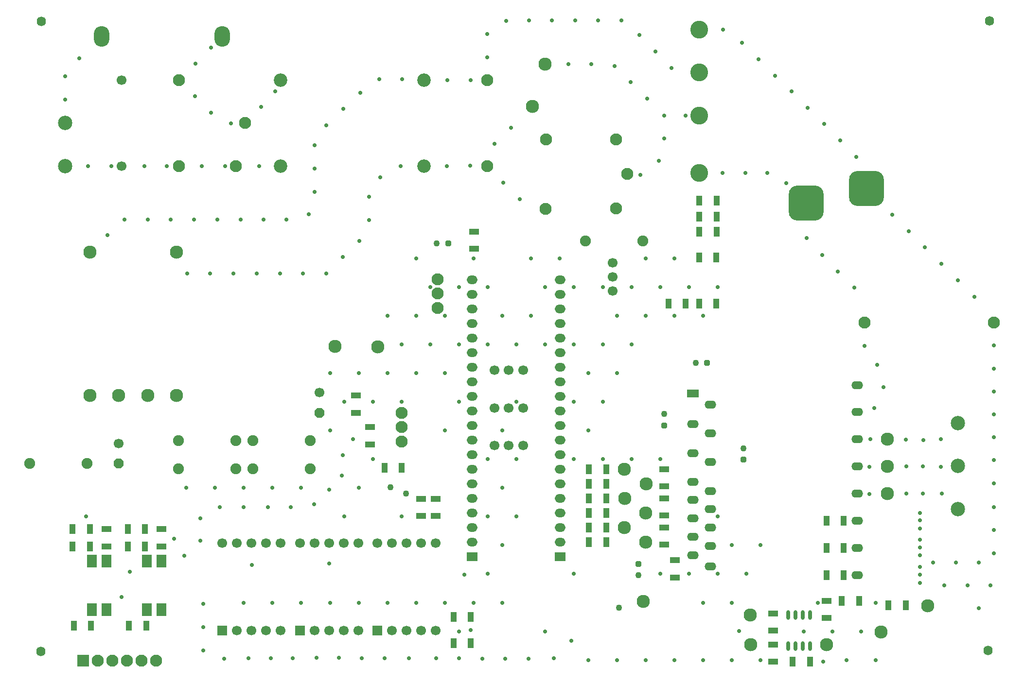
<source format=gts>
G04*
G04 #@! TF.GenerationSoftware,Altium Limited,Altium Designer,21.2.0 (30)*
G04*
G04 Layer_Color=8388736*
%FSAX44Y44*%
%MOMM*%
G71*
G04*
G04 #@! TF.SameCoordinates,F656A266-89EA-4B56-B237-F6EBBDAECB67*
G04*
G04*
G04 #@! TF.FilePolarity,Negative*
G04*
G01*
G75*
%ADD18R,1.7000X1.1000*%
%ADD19R,1.1000X1.7000*%
G04:AMPARAMS|DCode=20|XSize=1.65mm|YSize=0.7mm|CornerRadius=0.35mm|HoleSize=0mm|Usage=FLASHONLY|Rotation=270.000|XOffset=0mm|YOffset=0mm|HoleType=Round|Shape=RoundedRectangle|*
%AMROUNDEDRECTD20*
21,1,1.6500,0.0000,0,0,270.0*
21,1,0.9500,0.7000,0,0,270.0*
1,1,0.7000,0.0000,-0.4750*
1,1,0.7000,0.0000,0.4750*
1,1,0.7000,0.0000,0.4750*
1,1,0.7000,0.0000,-0.4750*
%
%ADD20ROUNDEDRECTD20*%
%ADD21R,1.7000X2.3000*%
%ADD22C,2.1000*%
%ADD23O,2.0000X1.4000*%
%ADD24R,2.0000X1.4000*%
%ADD25C,1.7000*%
%ADD26C,3.1000*%
%ADD27C,1.9000*%
%ADD28C,1.1000*%
%ADD29P,1.1906X8X202.5*%
%ADD30O,1.8780X1.5000*%
%ADD31R,1.8780X1.5000*%
%ADD32C,2.3000*%
%ADD33P,1.1906X8X292.5*%
G04:AMPARAMS|DCode=34|XSize=6.1mm|YSize=6.1mm|CornerRadius=1.55mm|HoleSize=0mm|Usage=FLASHONLY|Rotation=0.000|XOffset=0mm|YOffset=0mm|HoleType=Round|Shape=RoundedRectangle|*
%AMROUNDEDRECTD34*
21,1,6.1000,3.0000,0,0,0.0*
21,1,3.0000,6.1000,0,0,0.0*
1,1,3.1000,1.5000,-1.5000*
1,1,3.1000,-1.5000,-1.5000*
1,1,3.1000,-1.5000,1.5000*
1,1,3.1000,1.5000,1.5000*
%
%ADD34ROUNDEDRECTD34*%
%ADD35C,2.3500*%
%ADD36R,1.7000X1.7000*%
%ADD37R,2.1000X2.1000*%
%ADD38P,1.8401X8X112.5*%
%ADD39C,2.5000*%
%ADD40O,2.7000X3.6000*%
%ADD41O,1.6000X1.7000*%
%ADD42C,0.7000*%
D18*
X01414750Y01653200D02*
D03*
Y01623200D02*
D03*
X01321750Y01546750D02*
D03*
Y01576750D02*
D03*
Y01601000D02*
D03*
Y01631000D02*
D03*
X00620000Y01926000D02*
D03*
Y01956000D02*
D03*
X00708750Y01830750D02*
D03*
Y01800750D02*
D03*
X00734300D02*
D03*
Y01830750D02*
D03*
X01132500Y01751000D02*
D03*
Y01781000D02*
D03*
Y01831675D02*
D03*
Y01801675D02*
D03*
Y01852600D02*
D03*
Y01882600D02*
D03*
X01150750Y01724000D02*
D03*
Y01694000D02*
D03*
X00257000Y01778000D02*
D03*
Y01748000D02*
D03*
X00161000Y01778000D02*
D03*
Y01748000D02*
D03*
X00801000Y02266750D02*
D03*
Y02296750D02*
D03*
X00595000Y02011000D02*
D03*
Y01981000D02*
D03*
D19*
X01441500Y01653000D02*
D03*
X01471500D02*
D03*
X01552500Y01645500D02*
D03*
X01522500D02*
D03*
X01355750Y01546750D02*
D03*
X01385750D02*
D03*
X01444750Y01698200D02*
D03*
X01414750D02*
D03*
Y01745500D02*
D03*
X01444750D02*
D03*
X00795500Y01579500D02*
D03*
X00765500D02*
D03*
X00795500Y01625250D02*
D03*
X00765500D02*
D03*
X00645000Y01885000D02*
D03*
X00675000D02*
D03*
X00132000Y01778000D02*
D03*
X00102000D02*
D03*
X01193058Y02251750D02*
D03*
X01223058D02*
D03*
X01193058Y02171250D02*
D03*
X01223058D02*
D03*
X01414750Y01792800D02*
D03*
X01444750D02*
D03*
X01223250Y02296500D02*
D03*
X01193250D02*
D03*
Y02323000D02*
D03*
X01223250D02*
D03*
Y02350250D02*
D03*
X01193250D02*
D03*
X01031000Y01755600D02*
D03*
X01001000D02*
D03*
X01031000Y01781000D02*
D03*
X01001000D02*
D03*
X01031000Y01806400D02*
D03*
X01001000D02*
D03*
X01031000Y01831800D02*
D03*
X01001000D02*
D03*
X01031000Y01882600D02*
D03*
X01001000D02*
D03*
X01031000Y01857200D02*
D03*
X01001000D02*
D03*
X00198000Y01748000D02*
D03*
X00228000D02*
D03*
X00200000Y01610000D02*
D03*
X00230000D02*
D03*
X00102000Y01748000D02*
D03*
X00132000D02*
D03*
X00104000Y01610000D02*
D03*
X00134000D02*
D03*
X00198000Y01778000D02*
D03*
X00228000D02*
D03*
X01139480Y02171000D02*
D03*
X01169480D02*
D03*
D20*
X01348200Y01628500D02*
D03*
X01360900Y01574500D02*
D03*
X01348200D02*
D03*
X01386300Y01628500D02*
D03*
X01373600D02*
D03*
X01360900D02*
D03*
X01373600Y01574500D02*
D03*
X01386300D02*
D03*
D21*
X00135300Y01638000D02*
D03*
X00160700D02*
D03*
X00135300Y01722000D02*
D03*
X00160700D02*
D03*
X00231300Y01638000D02*
D03*
X00256700D02*
D03*
X00231300Y01722000D02*
D03*
X00256700D02*
D03*
D22*
X00925750Y02336500D02*
D03*
X00926750Y02457000D02*
D03*
X01048000Y02337000D02*
D03*
X01068000Y02397000D02*
D03*
X01048250Y02457000D02*
D03*
X00737500Y02213750D02*
D03*
Y02163750D02*
D03*
Y02188750D02*
D03*
X01706000Y02138000D02*
D03*
X01481000D02*
D03*
X00287250Y02411000D02*
D03*
Y02561000D02*
D03*
X00402000Y02486000D02*
D03*
X00386000Y02411000D02*
D03*
X00675000Y01981000D02*
D03*
Y01956000D02*
D03*
Y01931000D02*
D03*
X00146000Y01549000D02*
D03*
X00247600D02*
D03*
X00171400D02*
D03*
X00196800D02*
D03*
X00222200D02*
D03*
X00824000Y02561000D02*
D03*
Y02411000D02*
D03*
D23*
X01182250Y01960750D02*
D03*
X01212250Y01894750D02*
D03*
X01182250Y01910750D02*
D03*
Y01732750D02*
D03*
Y01860750D02*
D03*
Y01828750D02*
D03*
Y01796750D02*
D03*
Y01764750D02*
D03*
X01468250Y01887400D02*
D03*
Y01840100D02*
D03*
Y01934700D02*
D03*
Y01982000D02*
D03*
Y02029300D02*
D03*
Y01792800D02*
D03*
Y01745500D02*
D03*
Y01698200D02*
D03*
X01212250Y01944750D02*
D03*
Y01712750D02*
D03*
Y01748750D02*
D03*
Y01780750D02*
D03*
Y01812750D02*
D03*
Y01844750D02*
D03*
Y01994750D02*
D03*
D24*
X01182250Y02014750D02*
D03*
D25*
X00886250Y02055250D02*
D03*
X00837000D02*
D03*
X00861500D02*
D03*
X01042750Y02217500D02*
D03*
Y02193000D02*
D03*
Y02242250D02*
D03*
X00886250Y01924000D02*
D03*
X00837000D02*
D03*
X00861500D02*
D03*
X00886250Y01989250D02*
D03*
X00837000D02*
D03*
X00861500D02*
D03*
X00187250Y02411000D02*
D03*
Y02561000D02*
D03*
X00734300Y01753900D02*
D03*
X00708900D02*
D03*
X00683500D02*
D03*
X00658100D02*
D03*
X00632700D02*
D03*
X00734300Y01601500D02*
D03*
X00708900D02*
D03*
X00683500D02*
D03*
X00658100D02*
D03*
X00523100D02*
D03*
X00548500D02*
D03*
X00573900D02*
D03*
X00599300D02*
D03*
X00497700Y01753900D02*
D03*
X00523100D02*
D03*
X00548500D02*
D03*
X00573900D02*
D03*
X00599300D02*
D03*
X00388100Y01601500D02*
D03*
X00413500D02*
D03*
X00438900D02*
D03*
X00464300D02*
D03*
X00362700Y01753900D02*
D03*
X00388100D02*
D03*
X00413500D02*
D03*
X00438900D02*
D03*
X00464300D02*
D03*
X00182500Y01927500D02*
D03*
X00532000Y02016000D02*
D03*
D26*
X01193250Y02574000D02*
D03*
Y02399000D02*
D03*
Y02649000D02*
D03*
Y02499000D02*
D03*
D27*
X00386250Y01932000D02*
D03*
X00286250D02*
D03*
X00416000Y01932004D02*
D03*
X00516000D02*
D03*
X00386250Y01883250D02*
D03*
X00286250D02*
D03*
X00416000Y01883246D02*
D03*
X00516000D02*
D03*
X01094750Y02280250D02*
D03*
X00994750D02*
D03*
X00127500Y01892500D02*
D03*
X00027500D02*
D03*
D28*
X00736000Y02276500D02*
D03*
X01087500Y01697750D02*
D03*
X01186750Y02067750D02*
D03*
X01132250Y01979000D02*
D03*
X01269750Y01919250D02*
D03*
X00682748Y01839752D02*
D03*
X00655750Y01851000D02*
D03*
X01053500Y01641500D02*
D03*
D29*
X00756000Y02276500D02*
D03*
X01206750Y02067750D02*
D03*
D30*
X00798000Y01958950D02*
D03*
Y01933550D02*
D03*
Y01908150D02*
D03*
Y01882750D02*
D03*
Y01857350D02*
D03*
Y01831950D02*
D03*
Y01806550D02*
D03*
Y01781150D02*
D03*
Y01755750D02*
D03*
Y01984350D02*
D03*
Y02009750D02*
D03*
Y02035150D02*
D03*
Y02060550D02*
D03*
Y02085950D02*
D03*
Y02111350D02*
D03*
Y02136750D02*
D03*
Y02162150D02*
D03*
Y02187550D02*
D03*
Y02212950D02*
D03*
X00950500Y02212800D02*
D03*
Y02187400D02*
D03*
Y02162000D02*
D03*
Y02136600D02*
D03*
Y02111200D02*
D03*
Y02085800D02*
D03*
Y02060400D02*
D03*
Y02035000D02*
D03*
Y02009600D02*
D03*
Y01984200D02*
D03*
Y01755600D02*
D03*
Y01781000D02*
D03*
Y01806400D02*
D03*
Y01831800D02*
D03*
Y01857200D02*
D03*
Y01882600D02*
D03*
Y01908000D02*
D03*
Y01933400D02*
D03*
Y01958800D02*
D03*
D31*
X00798000Y01730350D02*
D03*
X00950500Y01730200D02*
D03*
D32*
X01414750Y01576750D02*
D03*
X01282500D02*
D03*
X01282250Y01628750D02*
D03*
X01100000Y01755600D02*
D03*
X01101000Y01857200D02*
D03*
X00182500Y02010750D02*
D03*
X00132500D02*
D03*
X00232500D02*
D03*
X00282500D02*
D03*
X00132500Y02260750D02*
D03*
X00282500D02*
D03*
X00902250Y02514500D02*
D03*
X00924250Y02588500D02*
D03*
X00633750Y02095750D02*
D03*
X01063500Y01831675D02*
D03*
X01062750Y01781000D02*
D03*
X01062250Y01882600D02*
D03*
X01100000Y01806400D02*
D03*
X00558500Y02096250D02*
D03*
X01521000Y01887400D02*
D03*
Y01840100D02*
D03*
Y01934575D02*
D03*
X01095500Y01652250D02*
D03*
X01509500Y01598750D02*
D03*
X01591000Y01644750D02*
D03*
D33*
X01087500Y01717750D02*
D03*
X01132250Y01959000D02*
D03*
X01269750Y01899250D02*
D03*
D34*
X01379250Y02346750D02*
D03*
X01484250Y02371750D02*
D03*
D35*
X00463750Y02561000D02*
D03*
X00713750Y02411000D02*
D03*
Y02561000D02*
D03*
X00463750Y02411000D02*
D03*
D36*
X00632700Y01601500D02*
D03*
X00497700D02*
D03*
X00362700D02*
D03*
D37*
X00120600Y01549000D02*
D03*
D38*
X00182500Y01892500D02*
D03*
X00532000Y01981000D02*
D03*
D39*
X01643500Y01813000D02*
D03*
Y01888000D02*
D03*
Y01963000D02*
D03*
X00088750Y02411000D02*
D03*
Y02486000D02*
D03*
D40*
X00362500Y02637000D02*
D03*
X00152500D02*
D03*
D41*
X01696250Y01566750D02*
D03*
X00046250Y01564750D02*
D03*
X01698250Y02663750D02*
D03*
X00047250Y02662750D02*
D03*
D42*
X01500000Y01650000D02*
D03*
Y01550000D02*
D03*
X01475000Y01600000D02*
D03*
X01450000Y01550000D02*
D03*
X01400000Y01650000D02*
D03*
X01425000Y01600000D02*
D03*
X01375000D02*
D03*
X01300000Y01750000D02*
D03*
Y01550000D02*
D03*
X01250000Y01750000D02*
D03*
X01275000Y01700000D02*
D03*
X01250000Y01650000D02*
D03*
Y01550000D02*
D03*
X01225000Y02200000D02*
D03*
X01200000Y02150000D02*
D03*
X01225000Y01800000D02*
D03*
Y01700000D02*
D03*
X01200000Y01650000D02*
D03*
Y01550000D02*
D03*
X01150000Y02250000D02*
D03*
X01175000Y02200000D02*
D03*
X01150000Y02150000D02*
D03*
X01175000Y01700000D02*
D03*
X01150000Y01550000D02*
D03*
X01100000Y02250000D02*
D03*
X01125000Y02200000D02*
D03*
X01100000Y02150000D02*
D03*
X01125000Y01900000D02*
D03*
Y01700000D02*
D03*
X01100000Y01550000D02*
D03*
X01075000Y02200000D02*
D03*
X01050000Y02150000D02*
D03*
X01075000Y02100000D02*
D03*
X01050000Y02050000D02*
D03*
X01075000Y01900000D02*
D03*
X01050000Y01550000D02*
D03*
X01025000Y02200000D02*
D03*
Y02100000D02*
D03*
X01000000Y02050000D02*
D03*
X01025000Y02000000D02*
D03*
X01000000Y01950000D02*
D03*
X01025000Y01900000D02*
D03*
X01000000Y01550000D02*
D03*
X00950000Y02250000D02*
D03*
X00975000Y02200000D02*
D03*
Y02100000D02*
D03*
Y02000000D02*
D03*
Y01900000D02*
D03*
Y01700000D02*
D03*
X00900000Y02250000D02*
D03*
X00925000Y02200000D02*
D03*
X00900000Y02150000D02*
D03*
X00925000Y02100000D02*
D03*
Y01600000D02*
D03*
X00850000Y02150000D02*
D03*
X00875000Y02100000D02*
D03*
Y02000000D02*
D03*
X00850000Y01950000D02*
D03*
X00875000Y01900000D02*
D03*
X00850000Y01850000D02*
D03*
X00875000Y01800000D02*
D03*
X00850000Y01750000D02*
D03*
Y01650000D02*
D03*
X00800000Y02250000D02*
D03*
X00825000Y02200000D02*
D03*
Y02100000D02*
D03*
Y01900000D02*
D03*
Y01800000D02*
D03*
Y01700000D02*
D03*
X00800000Y01650000D02*
D03*
X00775000Y02200000D02*
D03*
X00750000Y02150000D02*
D03*
X00775000Y02100000D02*
D03*
X00750000Y02050000D02*
D03*
X00775000Y02000000D02*
D03*
X00750000Y01950000D02*
D03*
Y01650000D02*
D03*
X00775000Y01600000D02*
D03*
X00700000Y02250000D02*
D03*
X00725000Y02200000D02*
D03*
X00700000Y02150000D02*
D03*
X00725000Y02100000D02*
D03*
X00700000Y02050000D02*
D03*
Y01650000D02*
D03*
X00650000Y02150000D02*
D03*
X00675000Y02100000D02*
D03*
X00650000Y02050000D02*
D03*
X00675000Y02000000D02*
D03*
Y01800000D02*
D03*
X00650000Y01650000D02*
D03*
X00600000Y02050000D02*
D03*
X00625000Y02000000D02*
D03*
Y01900000D02*
D03*
X00600000Y01850000D02*
D03*
Y01650000D02*
D03*
X00550000Y02050000D02*
D03*
X00575000Y02000000D02*
D03*
X00550000Y01950000D02*
D03*
X00575000Y01800000D02*
D03*
X00550000Y01650000D02*
D03*
X00500000Y01850000D02*
D03*
Y01650000D02*
D03*
X00450000Y01850000D02*
D03*
Y01650000D02*
D03*
X00400000Y01850000D02*
D03*
Y01650000D02*
D03*
X00350000Y01850000D02*
D03*
X00300000D02*
D03*
X00125000Y01800000D02*
D03*
X00329770Y01607000D02*
D03*
X00366250Y01552500D02*
D03*
X00408000Y01553000D02*
D03*
X00447250D02*
D03*
X00485500D02*
D03*
X00527000Y01553500D02*
D03*
X00566000D02*
D03*
X00605750Y01553000D02*
D03*
X00645250D02*
D03*
X00687500D02*
D03*
X00734750Y01552750D02*
D03*
X00775000D02*
D03*
X00815500Y01552500D02*
D03*
X00855500Y01552250D02*
D03*
X00895750D02*
D03*
X00939750Y01552750D02*
D03*
X01577340Y01684592D02*
D03*
Y01698498D02*
D03*
Y01711896D02*
D03*
Y01759648D02*
D03*
Y01746250D02*
D03*
Y01732344D02*
D03*
Y01779334D02*
D03*
Y01793240D02*
D03*
Y01806638D02*
D03*
X01680000Y01720000D02*
D03*
X01700000Y01680000D02*
D03*
X01680000Y01640000D02*
D03*
X01640000Y01720000D02*
D03*
X01660000Y01680000D02*
D03*
X01600000Y01720000D02*
D03*
X01620000Y01680000D02*
D03*
X00296250Y01731750D02*
D03*
X00329770Y01647641D02*
D03*
Y01566250D02*
D03*
X01497750Y01988750D02*
D03*
X01514250Y02025500D02*
D03*
X01503250Y02064250D02*
D03*
X01481250Y02097500D02*
D03*
X01615318Y01840100D02*
D03*
X01582250Y01840000D02*
D03*
X01554000D02*
D03*
X01489250Y01839500D02*
D03*
X01613750Y01886750D02*
D03*
X01582250Y01887700D02*
D03*
X01553750Y01887250D02*
D03*
X01489750Y01886750D02*
D03*
X01613993Y01934575D02*
D03*
X01583250Y01933500D02*
D03*
X01553250Y01933750D02*
D03*
X01491250Y01934750D02*
D03*
X01706000Y01736250D02*
D03*
X01706250Y01776500D02*
D03*
X01706000Y01816750D02*
D03*
Y01857750D02*
D03*
Y01898500D02*
D03*
Y01938500D02*
D03*
Y01978250D02*
D03*
Y02018000D02*
D03*
Y02098250D02*
D03*
Y02057750D02*
D03*
X01672500Y02183250D02*
D03*
X01643750Y02212000D02*
D03*
X01614750Y02240750D02*
D03*
X01233750Y02399000D02*
D03*
X01462750Y02199250D02*
D03*
X01434250Y02226750D02*
D03*
X01311750Y02398750D02*
D03*
X01344750Y02381500D02*
D03*
X01585750Y02269000D02*
D03*
X01557750Y02297250D02*
D03*
X01529250Y02326250D02*
D03*
X01407000Y02256000D02*
D03*
X01380500Y02285500D02*
D03*
X01273250Y02398750D02*
D03*
X01466750Y02426750D02*
D03*
X01438750Y02456000D02*
D03*
X01410500Y02484500D02*
D03*
X01382000Y02512500D02*
D03*
X01353500Y02540750D02*
D03*
X01324750Y02568250D02*
D03*
X01296250Y02596750D02*
D03*
X01267250Y02625500D02*
D03*
X01234250Y02649000D02*
D03*
X01122500Y02420000D02*
D03*
X01090250Y02395500D02*
D03*
X01132000Y02459000D02*
D03*
X01169750Y02499000D02*
D03*
X01132000Y02499000D02*
D03*
X01102250Y02528750D02*
D03*
X01073750Y02557250D02*
D03*
X01045750Y02585500D02*
D03*
X01005500Y02588500D02*
D03*
X00965000D02*
D03*
X01145000Y02581500D02*
D03*
X01116500Y02610250D02*
D03*
X01088500Y02639000D02*
D03*
X01057500Y02664750D02*
D03*
X01017000D02*
D03*
X00977000D02*
D03*
X00936500D02*
D03*
X00856750Y02664250D02*
D03*
X00896500Y02664750D02*
D03*
X00824000Y02641000D02*
D03*
Y02600750D02*
D03*
X00454750Y02540750D02*
D03*
X00430500Y02514250D02*
D03*
X00377750Y02485250D02*
D03*
X00343000Y02503500D02*
D03*
X00315250Y02532250D02*
D03*
X00315750Y02589250D02*
D03*
X00342750Y02617250D02*
D03*
X00113250Y02599000D02*
D03*
X00088750Y02567250D02*
D03*
Y02526500D02*
D03*
X00427000Y02411000D02*
D03*
X00367250D02*
D03*
X00327000D02*
D03*
X00227000D02*
D03*
X00266250D02*
D03*
X00169000D02*
D03*
X00129000D02*
D03*
X00795000Y02560750D02*
D03*
X00754500D02*
D03*
X00676000Y02562000D02*
D03*
X00635750D02*
D03*
X00602500Y02539000D02*
D03*
X00573500Y02510500D02*
D03*
X00543250Y02481750D02*
D03*
X00523000Y02446750D02*
D03*
Y02406750D02*
D03*
Y02366000D02*
D03*
X00513367Y02326863D02*
D03*
X00474250Y02317750D02*
D03*
X00232500D02*
D03*
X00272755D02*
D03*
X00313255D02*
D03*
X00353792D02*
D03*
X00394755D02*
D03*
X00434255D02*
D03*
X00192250D02*
D03*
X00162750Y02290750D02*
D03*
X00881000Y02353500D02*
D03*
X00852000Y02381750D02*
D03*
X00865750Y02477250D02*
D03*
X00836750Y02449500D02*
D03*
X00794250Y02411500D02*
D03*
X00753250Y02411000D02*
D03*
X00673000D02*
D03*
X00637510Y02391260D02*
D03*
X00618250Y02357000D02*
D03*
Y02316750D02*
D03*
X00601000Y02280500D02*
D03*
X00572750Y02252000D02*
D03*
X00543830Y02223480D02*
D03*
X00503000D02*
D03*
X00463500D02*
D03*
X00422537D02*
D03*
X00382000D02*
D03*
X00341500D02*
D03*
X00301245D02*
D03*
X00572250Y01907250D02*
D03*
X00570500Y01871750D02*
D03*
X00548500Y01847000D02*
D03*
X00522500Y01821750D02*
D03*
X00482000Y01816500D02*
D03*
X00441750Y01816250D02*
D03*
X00399500D02*
D03*
X00358500D02*
D03*
X00324500Y01797250D02*
D03*
X00590000Y01935000D02*
D03*
X01409250Y01547500D02*
D03*
X01262750Y01600250D02*
D03*
X00548500Y01718250D02*
D03*
X00413750Y01715500D02*
D03*
X00784000Y01699000D02*
D03*
X00795500Y01602250D02*
D03*
X00187500Y01660000D02*
D03*
X00201250Y01704040D02*
D03*
X00278250Y01761750D02*
D03*
X00324500Y01757750D02*
D03*
X00970500Y01583500D02*
D03*
M02*

</source>
